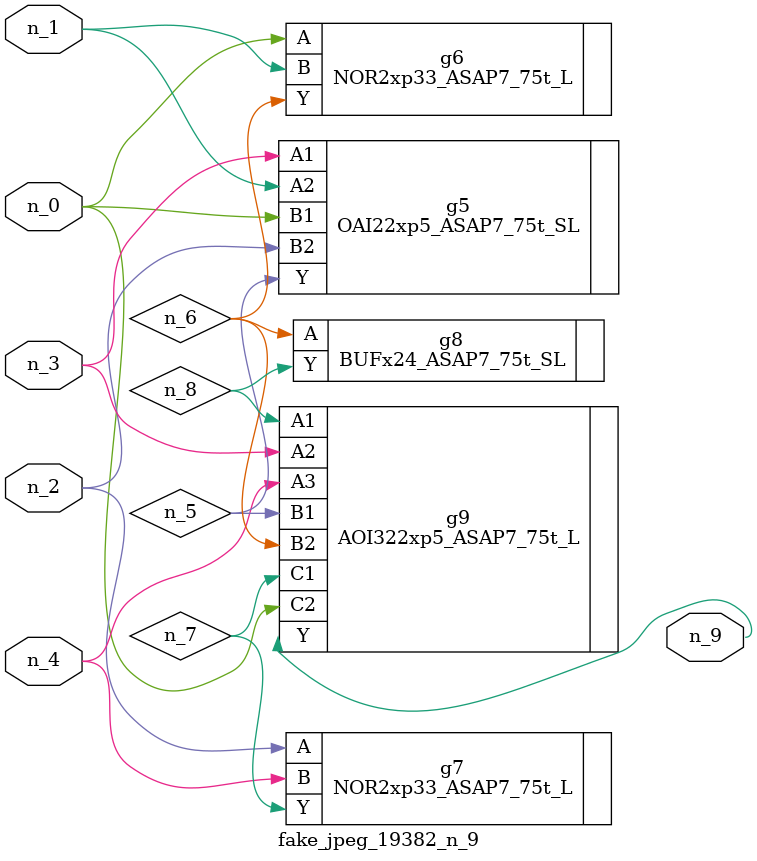
<source format=v>
module fake_jpeg_19382_n_9 (n_3, n_2, n_1, n_0, n_4, n_9);

input n_3;
input n_2;
input n_1;
input n_0;
input n_4;

output n_9;

wire n_8;
wire n_6;
wire n_5;
wire n_7;

OAI22xp5_ASAP7_75t_SL g5 ( 
.A1(n_3),
.A2(n_1),
.B1(n_0),
.B2(n_2),
.Y(n_5)
);

NOR2xp33_ASAP7_75t_L g6 ( 
.A(n_0),
.B(n_1),
.Y(n_6)
);

NOR2xp33_ASAP7_75t_L g7 ( 
.A(n_2),
.B(n_4),
.Y(n_7)
);

BUFx24_ASAP7_75t_SL g8 ( 
.A(n_6),
.Y(n_8)
);

AOI322xp5_ASAP7_75t_L g9 ( 
.A1(n_8),
.A2(n_3),
.A3(n_4),
.B1(n_5),
.B2(n_6),
.C1(n_7),
.C2(n_0),
.Y(n_9)
);


endmodule
</source>
